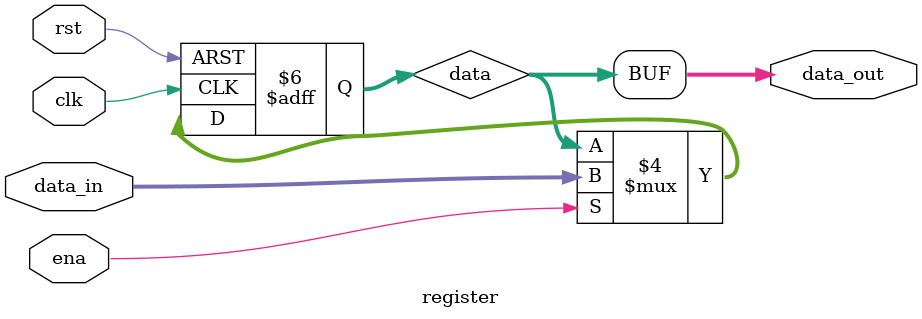
<source format=v>

`timescale 1ns / 1ps

module register(
    input clk, 
    input rst, 
    input ena, 
    input [31:0] data_in, 
    output [31:0] data_out 
    );

    reg [31:0] data;

    always @ (negedge clk or posedge rst)
    begin
        if(rst == 1) begin
            data <= 0;
        end

        else begin
            if(ena == 1) begin
                data <= data_in;
            end
        end
    end
    
    assign data_out = data;

endmodule
</source>
